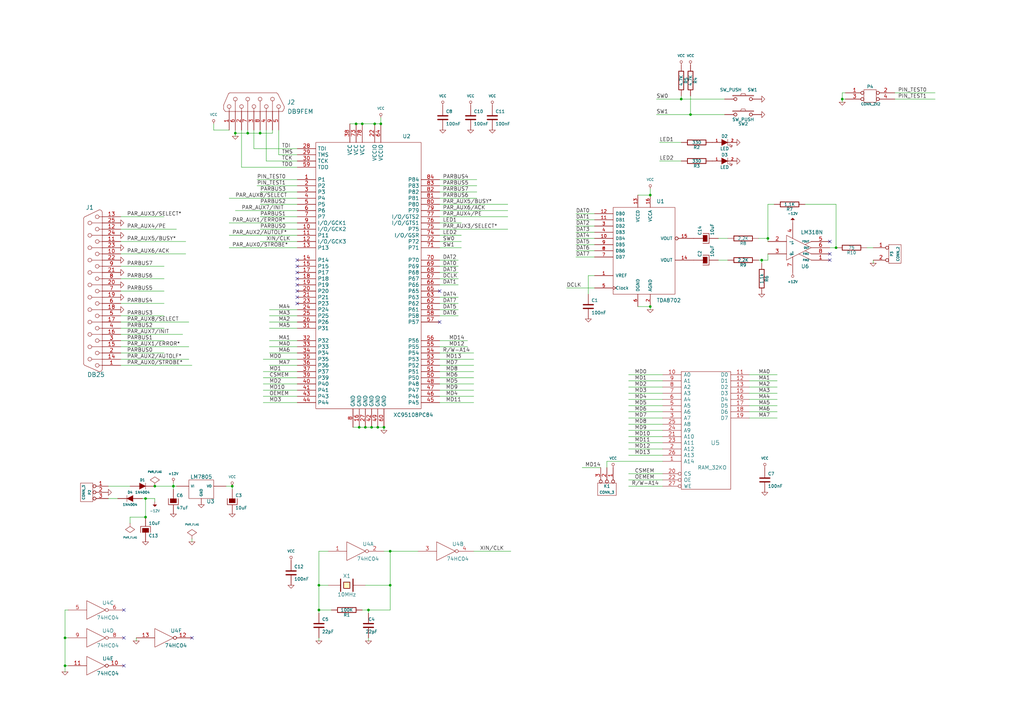
<source format=kicad_sch>
(kicad_sch (version 20230121) (generator eeschema)
  (paper "A3")
  (title_block (title "CARTE d'EXPERIMENTATION a XC95108PC84") (date "15 apr 2008"))
  (junction (at 154.94 175.26))
  (junction (at 160.02 240.03))
  (junction (at 266.7 125.73))
  (junction (at 147.32 175.26))
  (junction (at 26.67 273.05))
  (junction (at 279.4 40.64))
  (junction (at 151.13 250.19))
  (junction (at 342.9 101.6))
  (junction (at 312.42 106.68))
  (junction (at 160.02 226.06))
  (junction (at 59.69 204.47))
  (junction (at 59.69 212.09))
  (junction (at 71.12 199.39))
  (junction (at 266.7 80.01))
  (junction (at 345.44 40.64))
  (junction (at 96.52 54.61))
  (junction (at 152.4 175.26))
  (junction (at 101.6 54.61))
  (junction (at 157.48 175.26))
  (junction (at 106.68 54.61))
  (junction (at 130.81 240.03))
  (junction (at 26.67 261.62))
  (junction (at 148.59 50.8))
  (junction (at 156.21 50.8))
  (junction (at 149.86 175.26))
  (junction (at 130.81 250.19))
  (junction (at 146.05 50.8))
  (junction (at 283.21 46.99))
  (junction (at 63.5 199.39))
  (junction (at 95.25 199.39))
  (junction (at 153.67 50.8))
  (junction (at 314.96 97.79))
  (no_connect (at 340.36 99.06))
  (no_connect (at 121.92 121.92))
  (no_connect (at 78.74 261.62))
  (no_connect (at 121.92 124.46))
  (no_connect (at 121.92 114.3))
  (no_connect (at 50.8 261.62))
  (no_connect (at 121.92 111.76))
  (no_connect (at 340.36 104.14))
  (no_connect (at 180.34 132.08))
  (no_connect (at 50.8 250.19))
  (no_connect (at 121.92 119.38))
  (no_connect (at 50.8 273.05))
  (no_connect (at 121.92 106.68))
  (no_connect (at 121.92 109.22))
  (no_connect (at 121.92 116.84))
  (no_connect (at 180.34 119.38))
  (no_connect (at 340.36 106.68))
  (wire (pts (xy 67.31 129.54) (xy 49.53 129.54)))
  (wire (pts (xy 160.02 240.03) (xy 160.02 226.06)))
  (wire (pts (xy 187.96 109.22) (xy 180.34 109.22)))
  (wire (pts (xy 63.5 204.47) (xy 63.5 205.74)))
  (wire (pts (xy 345.44 40.64) (xy 345.44 38.1)))
  (wire (pts (xy 26.67 250.19) (xy 27.94 250.19)))
  (wire (pts (xy 346.71 40.64) (xy 345.44 40.64)))
  (wire (pts (xy 271.78 173.99) (xy 257.81 173.99)))
  (wire (pts (xy 342.9 101.6) (xy 340.36 101.6)))
  (wire (pts (xy 96.52 55.88) (xy 96.52 54.61)))
  (wire (pts (xy 314.96 99.06) (xy 314.96 97.79)))
  (wire (pts (xy 121.92 162.56) (xy 107.95 162.56)))
  (wire (pts (xy 307.34 168.91) (xy 318.77 168.91)))
  (wire (pts (xy 130.81 240.03) (xy 130.81 226.06)))
  (wire (pts (xy 271.78 161.29) (xy 257.81 161.29)))
  (wire (pts (xy 96.52 54.61) (xy 96.52 53.34)))
  (wire (pts (xy 96.52 86.36) (xy 121.92 86.36)))
  (wire (pts (xy 279.4 40.64) (xy 297.18 40.64)))
  (wire (pts (xy 187.96 121.92) (xy 180.34 121.92)))
  (wire (pts (xy 156.21 50.8) (xy 156.21 48.26)))
  (wire (pts (xy 49.53 104.14) (xy 76.2 104.14)))
  (wire (pts (xy 151.13 251.46) (xy 151.13 250.19)))
  (wire (pts (xy 187.96 106.68) (xy 180.34 106.68)))
  (wire (pts (xy 187.96 116.84) (xy 180.34 116.84)))
  (wire (pts (xy 157.48 226.06) (xy 160.02 226.06)))
  (wire (pts (xy 104.14 60.96) (xy 104.14 53.34)))
  (wire (pts (xy 121.92 96.52) (xy 93.98 96.52)))
  (wire (pts (xy 271.78 179.07) (xy 257.81 179.07)))
  (wire (pts (xy 271.78 176.53) (xy 257.81 176.53)))
  (wire (pts (xy 27.94 273.05) (xy 26.67 273.05)))
  (wire (pts (xy 121.92 83.82) (xy 106.68 83.82)))
  (wire (pts (xy 243.84 90.17) (xy 236.22 90.17)))
  (wire (pts (xy 191.77 142.24) (xy 180.34 142.24)))
  (wire (pts (xy 271.78 184.15) (xy 257.81 184.15)))
  (wire (pts (xy 135.89 250.19) (xy 130.81 250.19)))
  (wire (pts (xy 121.92 93.98) (xy 106.68 93.98)))
  (wire (pts (xy 109.22 66.04) (xy 109.22 53.34)))
  (wire (pts (xy 271.78 168.91) (xy 257.81 168.91)))
  (wire (pts (xy 67.31 88.9) (xy 49.53 88.9)))
  (wire (pts (xy 67.31 134.62) (xy 49.53 134.62)))
  (wire (pts (xy 367.03 38.1) (xy 383.54 38.1)))
  (wire (pts (xy 307.34 153.67) (xy 318.77 153.67)))
  (wire (pts (xy 110.49 144.78) (xy 121.92 144.78)))
  (wire (pts (xy 106.68 99.06) (xy 121.92 99.06)))
  (wire (pts (xy 367.03 40.64) (xy 383.54 40.64)))
  (wire (pts (xy 87.63 53.34) (xy 87.63 50.8)))
  (wire (pts (xy 48.26 204.47) (xy 44.45 204.47)))
  (wire (pts (xy 71.12 200.66) (xy 71.12 199.39)))
  (wire (pts (xy 121.92 165.1) (xy 107.95 165.1)))
  (wire (pts (xy 271.78 196.85) (xy 257.81 196.85)))
  (wire (pts (xy 271.78 163.83) (xy 257.81 163.83)))
  (wire (pts (xy 53.34 212.09) (xy 59.69 212.09)))
  (wire (pts (xy 143.51 50.8) (xy 146.05 50.8)))
  (wire (pts (xy 243.84 100.33) (xy 236.22 100.33)))
  (wire (pts (xy 87.63 53.34) (xy 93.98 53.34)))
  (wire (pts (xy 195.58 81.28) (xy 180.34 81.28)))
  (wire (pts (xy 59.69 204.47) (xy 63.5 204.47)))
  (wire (pts (xy 180.34 93.98) (xy 208.28 93.98)))
  (wire (pts (xy 110.49 127) (xy 121.92 127)))
  (wire (pts (xy 63.5 199.39) (xy 71.12 199.39)))
  (wire (pts (xy 44.45 199.39) (xy 53.34 199.39)))
  (wire (pts (xy 243.84 105.41) (xy 236.22 105.41)))
  (wire (pts (xy 121.92 152.4) (xy 107.95 152.4)))
  (wire (pts (xy 110.49 139.7) (xy 121.92 139.7)))
  (wire (pts (xy 55.88 262.89) (xy 55.88 261.62)))
  (wire (pts (xy 149.86 240.03) (xy 160.02 240.03)))
  (wire (pts (xy 243.84 92.71) (xy 236.22 92.71)))
  (wire (pts (xy 67.31 139.7) (xy 49.53 139.7)))
  (wire (pts (xy 283.21 46.99) (xy 283.21 39.37)))
  (wire (pts (xy 271.78 171.45) (xy 257.81 171.45)))
  (wire (pts (xy 271.78 156.21) (xy 257.81 156.21)))
  (wire (pts (xy 243.84 95.25) (xy 236.22 95.25)))
  (wire (pts (xy 121.92 88.9) (xy 106.68 88.9)))
  (wire (pts (xy 187.96 129.54) (xy 180.34 129.54)))
  (wire (pts (xy 58.42 204.47) (xy 59.69 204.47)))
  (wire (pts (xy 311.15 106.68) (xy 312.42 106.68)))
  (wire (pts (xy 271.78 186.69) (xy 257.81 186.69)))
  (wire (pts (xy 49.53 99.06) (xy 76.2 99.06)))
  (wire (pts (xy 358.14 107.95) (xy 358.14 106.68)))
  (wire (pts (xy 101.6 53.34) (xy 101.6 54.61)))
  (wire (pts (xy 121.92 154.94) (xy 107.95 154.94)))
  (wire (pts (xy 271.78 189.23) (xy 248.92 189.23)))
  (wire (pts (xy 187.96 127) (xy 180.34 127)))
  (wire (pts (xy 279.4 39.37) (xy 279.4 40.64)))
  (wire (pts (xy 330.2 83.82) (xy 342.9 83.82)))
  (wire (pts (xy 266.7 125.73) (xy 261.62 125.73)))
  (wire (pts (xy 194.31 149.86) (xy 180.34 149.86)))
  (wire (pts (xy 194.31 154.94) (xy 180.34 154.94)))
  (wire (pts (xy 121.92 66.04) (xy 109.22 66.04)))
  (wire (pts (xy 307.34 171.45) (xy 318.77 171.45)))
  (wire (pts (xy 27.94 261.62) (xy 26.67 261.62)))
  (wire (pts (xy 106.68 53.34) (xy 106.68 54.61)))
  (wire (pts (xy 121.92 63.5) (xy 114.3 63.5)))
  (wire (pts (xy 67.31 114.3) (xy 49.53 114.3)))
  (wire (pts (xy 153.67 50.8) (xy 156.21 50.8)))
  (wire (pts (xy 271.78 166.37) (xy 257.81 166.37)))
  (wire (pts (xy 307.34 158.75) (xy 318.77 158.75)))
  (wire (pts (xy 106.68 54.61) (xy 111.76 54.61)))
  (wire (pts (xy 67.31 109.22) (xy 49.53 109.22)))
  (wire (pts (xy 307.34 156.21) (xy 318.77 156.21)))
  (wire (pts (xy 49.53 132.08) (xy 77.47 132.08)))
  (wire (pts (xy 189.23 96.52) (xy 180.34 96.52)))
  (wire (pts (xy 189.23 91.44) (xy 180.34 91.44)))
  (wire (pts (xy 152.4 175.26) (xy 149.86 175.26)))
  (wire (pts (xy 96.52 54.61) (xy 101.6 54.61)))
  (wire (pts (xy 95.25 199.39) (xy 92.71 199.39)))
  (wire (pts (xy 307.34 163.83) (xy 318.77 163.83)))
  (wire (pts (xy 93.98 81.28) (xy 121.92 81.28)))
  (wire (pts (xy 151.13 262.89) (xy 151.13 261.62)))
  (wire (pts (xy 194.31 144.78) (xy 180.34 144.78)))
  (wire (pts (xy 67.31 144.78) (xy 49.53 144.78)))
  (wire (pts (xy 314.96 97.79) (xy 314.96 83.82)))
  (wire (pts (xy 71.12 199.39) (xy 72.39 199.39)))
  (wire (pts (xy 283.21 46.99) (xy 297.18 46.99)))
  (wire (pts (xy 101.6 54.61) (xy 106.68 54.61)))
  (wire (pts (xy 187.96 111.76) (xy 180.34 111.76)))
  (wire (pts (xy 160.02 250.19) (xy 160.02 240.03)))
  (wire (pts (xy 180.34 86.36) (xy 208.28 86.36)))
  (wire (pts (xy 105.41 76.2) (xy 121.92 76.2)))
  (wire (pts (xy 243.84 97.79) (xy 236.22 97.79)))
  (wire (pts (xy 271.78 199.39) (xy 257.81 199.39)))
  (wire (pts (xy 195.58 78.74) (xy 180.34 78.74)))
  (wire (pts (xy 243.84 113.03) (xy 241.3 113.03)))
  (wire (pts (xy 110.49 132.08) (xy 121.92 132.08)))
  (wire (pts (xy 26.67 275.59) (xy 26.67 273.05)))
  (wire (pts (xy 180.34 88.9) (xy 208.28 88.9)))
  (wire (pts (xy 246.38 191.77) (xy 238.76 191.77)))
  (wire (pts (xy 99.06 53.34) (xy 99.06 68.58)))
  (wire (pts (xy 121.92 91.44) (xy 93.98 91.44)))
  (wire (pts (xy 49.53 137.16) (xy 74.93 137.16)))
  (wire (pts (xy 345.44 41.91) (xy 345.44 40.64)))
  (wire (pts (xy 266.7 127) (xy 266.7 125.73)))
  (wire (pts (xy 241.3 113.03) (xy 241.3 120.65)))
  (wire (pts (xy 266.7 80.01) (xy 266.7 77.47)))
  (wire (pts (xy 279.4 58.42) (xy 270.51 58.42)))
  (wire (pts (xy 148.59 250.19) (xy 151.13 250.19)))
  (wire (pts (xy 93.98 101.6) (xy 121.92 101.6)))
  (wire (pts (xy 314.96 106.68) (xy 314.96 104.14)))
  (wire (pts (xy 154.94 175.26) (xy 152.4 175.26)))
  (wire (pts (xy 49.53 93.98) (xy 72.39 93.98)))
  (wire (pts (xy 355.6 101.6) (xy 358.14 101.6)))
  (wire (pts (xy 53.34 214.63) (xy 53.34 212.09)))
  (wire (pts (xy 194.31 226.06) (xy 209.55 226.06)))
  (wire (pts (xy 130.81 251.46) (xy 130.81 250.19)))
  (wire (pts (xy 151.13 250.19) (xy 160.02 250.19)))
  (wire (pts (xy 294.64 97.79) (xy 298.45 97.79)))
  (wire (pts (xy 121.92 60.96) (xy 104.14 60.96)))
  (wire (pts (xy 110.49 134.62) (xy 121.92 134.62)))
  (wire (pts (xy 271.78 158.75) (xy 257.81 158.75)))
  (wire (pts (xy 160.02 226.06) (xy 171.45 226.06)))
  (wire (pts (xy 130.81 226.06) (xy 134.62 226.06)))
  (wire (pts (xy 312.42 106.68) (xy 312.42 107.95)))
  (wire (pts (xy 195.58 73.66) (xy 180.34 73.66)))
  (wire (pts (xy 26.67 261.62) (xy 26.67 250.19)))
  (wire (pts (xy 307.34 166.37) (xy 318.77 166.37)))
  (wire (pts (xy 187.96 114.3) (xy 180.34 114.3)))
  (wire (pts (xy 187.96 124.46) (xy 180.34 124.46)))
  (wire (pts (xy 189.23 99.06) (xy 180.34 99.06)))
  (wire (pts (xy 345.44 38.1) (xy 346.71 38.1)))
  (wire (pts (xy 95.25 200.66) (xy 95.25 199.39)))
  (wire (pts (xy 49.53 149.86) (xy 78.74 149.86)))
  (wire (pts (xy 271.78 181.61) (xy 257.81 181.61)))
  (wire (pts (xy 157.48 176.53) (xy 157.48 175.26)))
  (wire (pts (xy 243.84 102.87) (xy 236.22 102.87)))
  (wire (pts (xy 49.53 142.24) (xy 77.47 142.24)))
  (wire (pts (xy 114.3 63.5) (xy 114.3 53.34)))
  (wire (pts (xy 271.78 194.31) (xy 257.81 194.31)))
  (wire (pts (xy 194.31 147.32) (xy 180.34 147.32)))
  (wire (pts (xy 195.58 76.2) (xy 180.34 76.2)))
  (wire (pts (xy 110.49 129.54) (xy 121.92 129.54)))
  (wire (pts (xy 311.15 97.79) (xy 314.96 97.79)))
  (wire (pts (xy 59.69 212.09) (xy 59.69 204.47)))
  (wire (pts (xy 67.31 124.46) (xy 49.53 124.46)))
  (wire (pts (xy 105.41 73.66) (xy 121.92 73.66)))
  (wire (pts (xy 194.31 152.4) (xy 180.34 152.4)))
  (wire (pts (xy 121.92 147.32) (xy 107.95 147.32)))
  (wire (pts (xy 149.86 175.26) (xy 147.32 175.26)))
  (wire (pts (xy 248.92 189.23) (xy 248.92 191.77)))
  (wire (pts (xy 194.31 165.1) (xy 180.34 165.1)))
  (wire (pts (xy 191.77 139.7) (xy 180.34 139.7)))
  (wire (pts (xy 243.84 118.11) (xy 232.41 118.11)))
  (wire (pts (xy 26.67 273.05) (xy 26.67 261.62)))
  (wire (pts (xy 269.24 40.64) (xy 279.4 40.64)))
  (wire (pts (xy 298.45 106.68) (xy 294.64 106.68)))
  (wire (pts (xy 194.31 157.48) (xy 180.34 157.48)))
  (wire (pts (xy 110.49 142.24) (xy 121.92 142.24)))
  (wire (pts (xy 243.84 87.63) (xy 236.22 87.63)))
  (wire (pts (xy 67.31 119.38) (xy 49.53 119.38)))
  (wire (pts (xy 279.4 66.04) (xy 270.51 66.04)))
  (wire (pts (xy 271.78 153.67) (xy 257.81 153.67)))
  (wire (pts (xy 194.31 162.56) (xy 180.34 162.56)))
  (wire (pts (xy 266.7 80.01) (xy 261.62 80.01)))
  (wire (pts (xy 121.92 78.74) (xy 106.68 78.74)))
  (wire (pts (xy 148.59 50.8) (xy 153.67 50.8)))
  (wire (pts (xy 49.53 147.32) (xy 77.47 147.32)))
  (wire (pts (xy 157.48 175.26) (xy 154.94 175.26)))
  (wire (pts (xy 99.06 68.58) (xy 121.92 68.58)))
  (wire (pts (xy 130.81 250.19) (xy 130.81 240.03)))
  (wire (pts (xy 130.81 240.03) (xy 134.62 240.03)))
  (wire (pts (xy 121.92 157.48) (xy 107.95 157.48)))
  (wire (pts (xy 307.34 161.29) (xy 318.77 161.29)))
  (wire (pts (xy 180.34 83.82) (xy 208.28 83.82)))
  (wire (pts (xy 121.92 160.02) (xy 107.95 160.02)))
  (wire (pts (xy 130.81 262.89) (xy 130.81 261.62)))
  (wire (pts (xy 342.9 83.82) (xy 342.9 101.6)))
  (wire (pts (xy 78.74 222.25) (xy 78.74 220.98)))
  (wire (pts (xy 269.24 46.99) (xy 283.21 46.99)))
  (wire (pts (xy 314.96 83.82) (xy 317.5 83.82)))
  (wire (pts (xy 194.31 160.02) (xy 180.34 160.02)))
  (wire (pts (xy 147.32 175.26) (xy 144.78 175.26)))
  (wire (pts (xy 111.76 54.61) (xy 111.76 53.34)))
  (wire (pts (xy 312.42 106.68) (xy 314.96 106.68)))
  (wire (pts (xy 146.05 50.8) (xy 148.59 50.8)))
  (wire (pts (xy 71.12 199.39) (xy 71.12 198.12)))
  (wire (pts (xy 110.49 149.86) (xy 121.92 149.86)))
  (wire (pts (xy 189.23 101.6) (xy 180.34 101.6)))
  (label "SW1" (at 269.24 46.99 0) (effects (font (size 1.524 1.524))))
  (label "MA4" (at 311.15 163.83 0) (effects (font (size 1.524 1.524))))
  (label "MD11" (at 182.88 165.1 0) (effects (font (size 1.524 1.524))))
  (label "MD7" (at 260.35 171.45 0) (effects (font (size 1.524 1.524))))
  (label "LED2" (at 181.61 96.52 0) (effects (font (size 1.524 1.524))))
  (label "MA3" (at 114.3 129.54 0) (effects (font (size 1.524 1.524))))
  (label "PAR_AUX1/ERROR*" (at 95.25 91.44 0) (effects (font (size 1.524 1.524))))
  (label "MA5" (at 114.3 134.62 0) (effects (font (size 1.524 1.524))))
  (label "PAR_AUX0/STROBE*" (at 52.07 149.86 0) (effects (font (size 1.524 1.524))))
  (label "PARBUS6" (at 181.61 81.28 0) (effects (font (size 1.524 1.524))))
  (label "MD10" (at 110.49 160.02 0) (effects (font (size 1.524 1.524))))
  (label "DAT5" (at 236.22 100.33 0) (effects (font (size 1.524 1.524))))
  (label "PARBUS7" (at 52.07 109.22 0) (effects (font (size 1.524 1.524))))
  (label "PARBUS4" (at 181.61 73.66 0) (effects (font (size 1.524 1.524))))
  (label "R/W-A14" (at 181.61 144.78 0) (effects (font (size 1.524 1.524))))
  (label "SW1" (at 181.61 101.6 0) (effects (font (size 1.524 1.524))))
  (label "PAR_AUX2/AUTOLF*" (at 95.25 96.52 0) (effects (font (size 1.524 1.524))))
  (label "MA4" (at 114.3 127 0) (effects (font (size 1.524 1.524))))
  (label "MD3" (at 110.49 165.1 0) (effects (font (size 1.524 1.524))))
  (label "DAT6" (at 236.22 102.87 0) (effects (font (size 1.524 1.524))))
  (label "PAR_AUX4/PE" (at 181.61 88.9 0) (effects (font (size 1.524 1.524))))
  (label "PARBUS4" (at 52.07 124.46 0) (effects (font (size 1.524 1.524))))
  (label "PAR_AUX5/BUSY*" (at 181.61 83.82 0) (effects (font (size 1.524 1.524))))
  (label "MD6" (at 182.88 154.94 0) (effects (font (size 1.524 1.524))))
  (label "DCLK" (at 232.41 118.11 0) (effects (font (size 1.524 1.524))))
  (label "MA7" (at 311.15 171.45 0) (effects (font (size 1.524 1.524))))
  (label "CSMEM" (at 110.49 154.94 0) (effects (font (size 1.524 1.524))))
  (label "PIN_TEST1" (at 105.41 76.2 0) (effects (font (size 1.524 1.524))))
  (label "PARBUS5" (at 52.07 119.38 0) (effects (font (size 1.524 1.524))))
  (label "MD1" (at 110.49 152.4 0) (effects (font (size 1.524 1.524))))
  (label "DAT1" (at 236.22 90.17 0) (effects (font (size 1.524 1.524))))
  (label "MA1" (at 114.3 139.7 0) (effects (font (size 1.524 1.524))))
  (label "XIN/CLK" (at 109.22 99.06 0) (effects (font (size 1.524 1.524))))
  (label "MD5" (at 260.35 166.37 0) (effects (font (size 1.524 1.524))))
  (label "PARBUS3" (at 52.07 129.54 0) (effects (font (size 1.524 1.524))))
  (label "PARBUS3" (at 106.68 78.74 0) (effects (font (size 1.524 1.524))))
  (label "MA3" (at 311.15 161.29 0) (effects (font (size 1.524 1.524))))
  (label "MD9" (at 182.88 160.02 0) (effects (font (size 1.524 1.524))))
  (label "MA2" (at 114.3 132.08 0) (effects (font (size 1.524 1.524))))
  (label "PAR_AUX3/SELECT*" (at 181.61 93.98 0) (effects (font (size 1.524 1.524))))
  (label "PAR_AUX1/ERROR*" (at 52.07 142.24 0) (effects (font (size 1.524 1.524))))
  (label "DCLK" (at 181.61 114.3 0) (effects (font (size 1.524 1.524))))
  (label "PAR_AUX3/SELECT*" (at 52.07 88.9 0) (effects (font (size 1.524 1.524))))
  (label "SW0" (at 181.61 99.06 0) (effects (font (size 1.524 1.524))))
  (label "MD8" (at 182.88 152.4 0) (effects (font (size 1.524 1.524))))
  (label "PAR_AUX7/INIT" (at 99.06 86.36 0) (effects (font (size 1.524 1.524))))
  (label "DAT4" (at 181.61 121.92 0) (effects (font (size 1.524 1.524))))
  (label "MD0" (at 260.35 153.67 0) (effects (font (size 1.524 1.524))))
  (label "PAR_AUX6/ACK" (at 52.07 104.14 0) (effects (font (size 1.524 1.524))))
  (label "PARBUS0" (at 106.68 93.98 0) (effects (font (size 1.524 1.524))))
  (label "MD2" (at 110.49 157.48 0) (effects (font (size 1.524 1.524))))
  (label "PAR_AUX4/PE" (at 52.07 93.98 0) (effects (font (size 1.524 1.524))))
  (label "TDI" (at 115.57 60.96 0) (effects (font (size 1.524 1.524))))
  (label "PAR_AUX8/SELECT" (at 52.07 132.08 0) (effects (font (size 1.524 1.524))))
  (label "MD7" (at 182.88 149.86 0) (effects (font (size 1.524 1.524))))
  (label "DAT7" (at 236.22 105.41 0) (effects (font (size 1.524 1.524))))
  (label "MD5" (at 182.88 157.48 0) (effects (font (size 1.524 1.524))))
  (label "MD0" (at 110.49 147.32 0) (effects (font (size 1.524 1.524))))
  (label "PAR_AUX2/AUTOLF*" (at 52.07 147.32 0) (effects (font (size 1.524 1.524))))
  (label "PARBUS5" (at 181.61 76.2 0) (effects (font (size 1.524 1.524))))
  (label "PARBUS2" (at 106.68 83.82 0) (effects (font (size 1.524 1.524))))
  (label "DAT0" (at 181.61 109.22 0) (effects (font (size 1.524 1.524))))
  (label "DAT3" (at 181.61 111.76 0) (effects (font (size 1.524 1.524))))
  (label "MD4" (at 182.88 162.56 0) (effects (font (size 1.524 1.524))))
  (label "DAT2" (at 236.22 92.71 0) (effects (font (size 1.524 1.524))))
  (label "LED1" (at 181.61 91.44 0) (effects (font (size 1.524 1.524))))
  (label "DAT7" (at 181.61 124.46 0) (effects (font (size 1.524 1.524))))
  (label "DAT2" (at 181.61 106.68 0) (effects (font (size 1.524 1.524))))
  (label "PAR_AUX6/ACK" (at 181.61 86.36 0) (effects (font (size 1.524 1.524))))
  (label "DAT5" (at 181.61 127 0) (effects (font (size 1.524 1.524))))
  (label "PARBUS1" (at 52.07 139.7 0) (effects (font (size 1.524 1.524))))
  (label "DAT0" (at 236.22 87.63 0) (effects (font (size 1.524 1.524))))
  (label "MD6" (at 260.35 168.91 0) (effects (font (size 1.524 1.524))))
  (label "PARBUS2" (at 52.07 134.62 0) (effects (font (size 1.524 1.524))))
  (label "LED1" (at 270.51 58.42 0) (effects (font (size 1.524 1.524))))
  (label "TDO" (at 115.57 68.58 0) (effects (font (size 1.524 1.524))))
  (label "MA6" (at 114.3 144.78 0) (effects (font (size 1.524 1.524))))
  (label "DAT1" (at 181.61 116.84 0) (effects (font (size 1.524 1.524))))
  (label "MD14" (at 240.03 191.77 0) (effects (font (size 1.524 1.524))))
  (label "MD10" (at 260.35 179.07 0) (effects (font (size 1.524 1.524))))
  (label "OEMEM" (at 260.35 196.85 0) (effects (font (size 1.524 1.524))))
  (label "PAR_AUX0/STROBE*" (at 95.25 101.6 0) (effects (font (size 1.524 1.524))))
  (label "DAT6" (at 181.61 129.54 0) (effects (font (size 1.524 1.524))))
  (label "PARBUS6" (at 52.07 114.3 0) (effects (font (size 1.524 1.524))))
  (label "MA2" (at 311.15 158.75 0) (effects (font (size 1.524 1.524))))
  (label "TCK" (at 115.57 66.04 0) (effects (font (size 1.524 1.524))))
  (label "MD13" (at 260.35 186.69 0) (effects (font (size 1.524 1.524))))
  (label "MD9" (at 260.35 176.53 0) (effects (font (size 1.524 1.524))))
  (label "MD14" (at 184.15 139.7 0) (effects (font (size 1.524 1.524))))
  (label "MD12" (at 260.35 184.15 0) (effects (font (size 1.524 1.524))))
  (label "PIN_TEST0" (at 368.3 38.1 0) (effects (font (size 1.524 1.524))))
  (label "MA6" (at 311.15 168.91 0) (effects (font (size 1.524 1.524))))
  (label "MD3" (at 260.35 161.29 0) (effects (font (size 1.524 1.524))))
  (label "MA7" (at 114.3 149.86 0) (effects (font (size 1.524 1.524))))
  (label "DAT4" (at 236.22 97.79 0) (effects (font (size 1.524 1.524))))
  (label "SW0" (at 269.24 40.64 0) (effects (font (size 1.524 1.524))))
  (label "MA5" (at 311.15 166.37 0) (effects (font (size 1.524 1.524))))
  (label "MD1" (at 260.35 156.21 0) (effects (font (size 1.524 1.524))))
  (label "PARBUS7" (at 181.61 78.74 0) (effects (font (size 1.524 1.524))))
  (label "R/W-A14" (at 259.08 199.39 0) (effects (font (size 1.524 1.524))))
  (label "PAR_AUX8/SELECT" (at 96.52 81.28 0) (effects (font (size 1.524 1.524))))
  (label "MD4" (at 260.35 163.83 0) (effects (font (size 1.524 1.524))))
  (label "LED2" (at 270.51 66.04 0) (effects (font (size 1.524 1.524))))
  (label "MA1" (at 311.15 156.21 0) (effects (font (size 1.524 1.524))))
  (label "PAR_AUX7/INIT" (at 52.07 137.16 0) (effects (font (size 1.524 1.524))))
  (label "MA0" (at 311.15 153.67 0) (effects (font (size 1.524 1.524))))
  (label "TMS" (at 115.57 63.5 0) (effects (font (size 1.524 1.524))))
  (label "MD11" (at 260.35 181.61 0) (effects (font (size 1.524 1.524))))
  (label "PIN_TEST1" (at 368.3 40.64 0) (effects (font (size 1.524 1.524))))
  (label "XIN/CLK" (at 196.85 226.06 0) (effects (font (size 1.524 1.524))))
  (label "MA0" (at 114.3 142.24 0) (effects (font (size 1.524 1.524))))
  (label "MD13" (at 182.88 147.32 0) (effects (font (size 1.524 1.524))))
  (label "DAT3" (at 236.22 95.25 0) (effects (font (size 1.524 1.524))))
  (label "PAR_AUX5/BUSY*" (at 52.07 99.06 0) (effects (font (size 1.524 1.524))))
  (label "PIN_TEST0" (at 105.41 73.66 0) (effects (font (size 1.524 1.524))))
  (label "PARBUS0" (at 52.07 144.78 0) (effects (font (size 1.524 1.524))))
  (label "MD12" (at 184.15 142.24 0) (effects (font (size 1.524 1.524))))
  (label "MD8" (at 260.35 173.99 0) (effects (font (size 1.524 1.524))))
  (label "OEMEM" (at 110.49 162.56 0) (effects (font (size 1.524 1.524))))
  (label "MD2" (at 260.35 158.75 0) (effects (font (size 1.524 1.524))))
  (label "PARBUS1" (at 106.68 88.9 0) (effects (font (size 1.524 1.524))))
  (label "CSMEM" (at 260.35 194.31 0) (effects (font (size 1.524 1.524))))
  (symbol (lib_id "carte_test-rescue:XC95108PC84") (at 151.13 120.65 0) (unit 1)
    (property "Reference" "U2" (at 165.1 55.88 0) (effects (font (size 1.524 1.524)) (justify left)))
    (property "Value" "XC95108PC84" (at 161.29 170.18 0) (effects (font (size 1.524 1.524)) (justify left)))
  )
  (symbol (lib_id "carte_test-rescue:TDA8702") (at 264.16 102.87 0) (unit 1)
    (property "Reference" "U1" (at 269.24 82.55 0) (effects (font (size 1.524 1.524)) (justify left)))
    (property "Value" "TDA8702" (at 269.24 123.19 0) (effects (font (size 1.524 1.524)) (justify left)))
  )
  (symbol (lib_id "carte_test-rescue:VCC") (at 266.7 77.47 0) (unit 1)
    (property "Reference" "#PWR051" (effects hide))
    (property "Value" "VCC" (at 266.7 73.66 0) (effects (font (size 1.016 1.016))))
  )
  (symbol (lib_id "carte_test-rescue:GND") (at 130.81 262.89 0) (unit 1)
    (property "Reference" "#PWR053" (effects hide))
    (property "Value" "GND" (effects hide))
  )
  (symbol (lib_id "carte_test-rescue:GND") (at 266.7 127 0) (unit 1)
    (property "Reference" "#PWR049" (effects hide))
    (property "Value" "GND" (effects hide))
  )
  (symbol (lib_id "carte_test-rescue:C") (at 241.3 125.73 0) (unit 1)
    (property "Reference" "C1" (at 242.57 123.19 0) (effects (justify left)))
    (property "Value" "100nF" (at 242.57 128.27 0) (effects (justify left)))
  )
  (symbol (lib_id "carte_test-rescue:GND") (at 241.3 130.81 0) (unit 1)
    (property "Reference" "#PWR048" (effects hide))
    (property "Value" "GND" (effects hide))
  )
  (symbol (lib_id "carte_test-rescue:CP") (at 289.56 106.68 90) (unit 1)
    (property "Reference" "C2" (at 287.02 105.41 0) (effects (justify left)))
    (property "Value" "10uF" (at 292.1 105.41 0) (effects (justify left)))
  )
  (symbol (lib_id "carte_test-rescue:CP") (at 95.25 205.74 0) (unit 1)
    (property "Reference" "C3" (at 96.52 203.2 0) (effects (justify left)))
    (property "Value" "10uF" (at 96.52 208.28 0) (effects (justify left)))
  )
  (symbol (lib_id "carte_test-rescue:GND") (at 95.25 210.82 0) (unit 1)
    (property "Reference" "#PWR047" (effects hide))
    (property "Value" "GND" (effects hide))
  )
  (symbol (lib_id "carte_test-rescue:GND") (at 96.52 55.88 0) (unit 1)
    (property "Reference" "#PWR045" (effects hide))
    (property "Value" "GND" (effects hide))
  )
  (symbol (lib_id "carte_test-rescue:CRYSTAL") (at 142.24 240.03 0) (unit 1)
    (property "Reference" "X1" (at 142.24 236.22 0) (effects (font (size 1.524 1.524))))
    (property "Value" "10MHz" (at 142.24 243.84 0) (effects (font (size 1.524 1.524))))
  )
  (symbol (lib_id "carte_test-rescue:C") (at 151.13 256.54 0) (unit 1)
    (property "Reference" "C4" (at 152.4 254 0))
    (property "Value" "22pF" (at 152.4 259.08 0))
  )
  (symbol (lib_id "carte_test-rescue:R") (at 142.24 250.19 270) (unit 1)
    (property "Reference" "R1" (at 142.24 252.222 90))
    (property "Value" "100K" (at 142.24 250.19 90))
  )
  (symbol (lib_id "carte_test-rescue:LM7805") (at 82.55 200.66 0) (unit 1)
    (property "Reference" "U3" (at 86.36 205.6384 0) (effects (font (size 1.524 1.524))))
    (property "Value" "LM7805" (at 82.55 195.58 0) (effects (font (size 1.524 1.524))))
  )
  (symbol (lib_id "carte_test-rescue:GND") (at 82.55 207.01 0) (unit 1)
    (property "Reference" "#PWR043" (effects hide))
    (property "Value" "GND" (effects hide))
  )
  (symbol (lib_id "carte_test-rescue:VCC") (at 95.25 199.39 0) (unit 1)
    (property "Reference" "#PWR042" (effects hide))
    (property "Value" "VCC" (at 95.25 195.58 0) (effects (font (size 1.016 1.016))))
  )
  (symbol (lib_id "carte_test-rescue:CONN_3") (at 35.56 201.93 0) (mirror y) (unit 1)
    (property "Reference" "P2" (at 36.7792 201.93 90) (effects (font (size 1.016 1.016))))
    (property "Value" "CONN_3" (at 34.29 201.93 90) (effects (font (size 1.016 1.016))))
  )
  (symbol (lib_id "carte_test-rescue:GND") (at 44.45 201.93 90) (unit 1)
    (property "Reference" "#PWR041" (effects hide))
    (property "Value" "GND" (effects hide))
  )
  (symbol (lib_id "carte_test-rescue:DIODE") (at 58.42 199.39 0) (unit 1)
    (property "Reference" "D1" (at 58.42 196.85 0) (effects (font (size 1.016 1.016))))
    (property "Value" "1N4004" (at 58.42 201.93 0) (effects (font (size 1.016 1.016))))
  )
  (symbol (lib_id "carte_test-rescue:CP") (at 71.12 205.74 0) (unit 1)
    (property "Reference" "C6" (at 72.39 203.2 0) (effects (justify left)))
    (property "Value" "47uF" (at 72.39 208.28 0) (effects (justify left)))
  )
  (symbol (lib_id "carte_test-rescue:GND") (at 71.12 210.82 0) (unit 1)
    (property "Reference" "#PWR040" (effects hide))
    (property "Value" "GND" (effects hide))
  )
  (symbol (lib_id "carte_test-rescue:CONN_2") (at 367.03 104.14 0) (unit 1)
    (property "Reference" "P3" (at 365.76 104.14 90) (effects (font (size 1.016 1.016))))
    (property "Value" "CONN_2" (at 368.3 104.14 90) (effects (font (size 1.016 1.016))))
  )
  (symbol (lib_id "carte_test-rescue:PWR_FLAG") (at 78.74 220.98 0) (unit 1)
    (property "Reference" "#FLG037" (effects hide))
    (property "Value" "PWR_FLAG" (at 78.74 215.138 0) (effects (font (size 0.762 0.762))))
  )
  (symbol (lib_id "carte_test-rescue:74HC04") (at 146.05 226.06 0) (unit 1)
    (property "Reference" "U4" (at 151.003 223.139 0) (effects (font (size 1.524 1.524))))
    (property "Value" "74HC04" (at 150.876 229.2096 0) (effects (font (size 1.524 1.524))))
  )
  (symbol (lib_id "carte_test-rescue:74HC04") (at 182.88 226.06 0) (unit 2)
    (property "Reference" "U4" (at 187.833 223.139 0) (effects (font (size 1.524 1.524))))
    (property "Value" "74HC04" (at 187.706 229.2096 0) (effects (font (size 1.524 1.524))))
  )
  (symbol (lib_id "carte_test-rescue:74HC04") (at 39.37 250.19 0) (unit 3)
    (property "Reference" "U4" (at 44.323 247.269 0) (effects (font (size 1.524 1.524))))
    (property "Value" "74HC04" (at 44.196 253.3396 0) (effects (font (size 1.524 1.524))))
  )
  (symbol (lib_id "carte_test-rescue:74HC04") (at 39.37 261.62 0) (unit 4)
    (property "Reference" "U4" (at 44.323 258.699 0) (effects (font (size 1.524 1.524))))
    (property "Value" "74HC04" (at 44.196 264.7696 0) (effects (font (size 1.524 1.524))))
  )
  (symbol (lib_id "carte_test-rescue:74HC04") (at 39.37 273.05 0) (unit 5)
    (property "Reference" "U4" (at 44.323 270.129 0) (effects (font (size 1.524 1.524))))
    (property "Value" "74HC04" (at 44.196 276.1996 0) (effects (font (size 1.524 1.524))))
  )
  (symbol (lib_id "carte_test-rescue:74HC04") (at 67.31 261.62 0) (unit 6)
    (property "Reference" "U4" (at 72.263 258.699 0) (effects (font (size 1.524 1.524))))
    (property "Value" "74HC04" (at 72.136 264.7696 0) (effects (font (size 1.524 1.524))))
  )
  (symbol (lib_id "carte_test-rescue:GND") (at 26.67 275.59 0) (unit 1)
    (property "Reference" "#PWR036" (effects hide))
    (property "Value" "GND" (effects hide))
  )
  (symbol (lib_id "carte_test-rescue:GND") (at 55.88 262.89 0) (unit 1)
    (property "Reference" "#PWR035" (effects hide))
    (property "Value" "GND" (effects hide))
  )
  (symbol (lib_id "carte_test-rescue:RAM_32KO") (at 289.56 173.99 0) (unit 1)
    (property "Reference" "U5" (at 293.37 181.61 0) (effects (font (size 1.778 1.778))))
    (property "Value" "RAM_32KO" (at 292.1 191.77 0) (effects (font (size 1.524 1.524))))
  )
  (symbol (lib_id "carte_test-rescue:CONN_3") (at 248.92 200.66 270) (unit 1)
    (property "Reference" "K1" (at 248.92 199.39 90))
    (property "Value" "CONN_3" (at 248.92 201.93 90) (effects (font (size 1.016 1.016))))
  )
  (symbol (lib_id "carte_test-rescue:VCC") (at 251.46 191.77 0) (unit 1)
    (property "Reference" "#PWR034" (effects hide))
    (property "Value" "VCC" (at 251.46 187.96 0) (effects (font (size 1.016 1.016))))
  )
  (symbol (lib_id "carte_test-rescue:DB25") (at 38.1 119.38 0) (mirror y) (unit 1)
    (property "Reference" "J1" (at 36.83 85.09 0) (effects (font (size 1.778 1.778))))
    (property "Value" "DB25" (at 39.37 153.67 0) (effects (font (size 1.778 1.778))))
  )
  (symbol (lib_id "carte_test-rescue:GND") (at 49.53 91.44 90) (unit 1)
    (property "Reference" "#PWR033" (effects hide))
    (property "Value" "GND" (effects hide))
  )
  (symbol (lib_id "carte_test-rescue:C") (at 119.38 234.95 0) (unit 1)
    (property "Reference" "C12" (at 120.65 232.41 0) (effects (justify left)))
    (property "Value" "100nF" (at 120.65 237.49 0) (effects (justify left)))
  )
  (symbol (lib_id "carte_test-rescue:VCC") (at 119.38 229.87 0) (unit 1)
    (property "Reference" "#PWR024" (effects hide))
    (property "Value" "VCC" (at 119.38 226.06 0) (effects (font (size 1.016 1.016))))
  )
  (symbol (lib_id "carte_test-rescue:GND") (at 119.38 240.03 0) (unit 1)
    (property "Reference" "#PWR023" (effects hide))
    (property "Value" "GND" (effects hide))
  )
  (symbol (lib_id "carte_test-rescue:R") (at 285.75 66.04 270) (unit 1)
    (property "Reference" "R3" (at 285.75 68.072 90))
    (property "Value" "330" (at 285.75 66.04 90))
  )
  (symbol (lib_id "carte_test-rescue:LED") (at 297.18 66.04 0) (unit 1)
    (property "Reference" "D3" (at 297.18 63.5 0))
    (property "Value" "LED" (at 297.18 68.58 0))
  )
  (symbol (lib_id "carte_test-rescue:GND") (at 302.26 66.04 90) (unit 1)
    (property "Reference" "#PWR021" (effects hide))
    (property "Value" "GND" (effects hide))
  )
  (symbol (lib_id "carte_test-rescue:GND") (at 49.53 116.84 90) (unit 1)
    (property "Reference" "#PWR020" (effects hide))
    (property "Value" "GND" (effects hide))
  )
  (symbol (lib_id "carte_test-rescue:SW_PUSH") (at 304.8 40.64 0) (unit 1)
    (property "Reference" "SW1" (at 308.61 36.83 0))
    (property "Value" "SW_PUSH" (at 299.72 36.83 0))
  )
  (symbol (lib_id "carte_test-rescue:SW_PUSH") (at 304.8 46.99 0) (unit 1)
    (property "Reference" "SW2" (at 304.8 50.8 0))
    (property "Value" "SW_PUSH" (at 304.8 49.022 0))
  )
  (symbol (lib_id "carte_test-rescue:GND") (at 312.42 40.64 90) (unit 1)
    (property "Reference" "#PWR019" (effects hide))
    (property "Value" "GND" (effects hide))
  )
  (symbol (lib_id "carte_test-rescue:GND") (at 312.42 46.99 90) (unit 1)
    (property "Reference" "#PWR018" (effects hide))
    (property "Value" "GND" (effects hide))
  )
  (symbol (lib_id "carte_test-rescue:R") (at 283.21 33.02 0) (unit 1)
    (property "Reference" "R4" (at 285.242 33.02 90))
    (property "Value" "4,7K" (at 283.21 33.02 90))
  )
  (symbol (lib_id "carte_test-rescue:R") (at 279.4 33.02 0) (unit 1)
    (property "Reference" "R5" (at 281.432 33.02 90))
    (property "Value" "4,7K" (at 279.4 33.02 90))
  )
  (symbol (lib_id "carte_test-rescue:VCC") (at 279.4 26.67 0) (unit 1)
    (property "Reference" "#PWR017" (effects hide))
    (property "Value" "VCC" (at 279.4 22.86 0) (effects (font (size 1.016 1.016))))
  )
  (symbol (lib_id "carte_test-rescue:VCC") (at 283.21 26.67 0) (unit 1)
    (property "Reference" "#PWR016" (effects hide))
    (property "Value" "VCC" (at 283.21 22.86 0) (effects (font (size 1.016 1.016))))
  )
  (symbol (lib_id "carte_test-rescue:GND") (at 49.53 96.52 90) (unit 1)
    (property "Reference" "#PWR015" (effects hide))
    (property "Value" "GND" (effects hide))
  )
  (symbol (lib_id "carte_test-rescue:GND") (at 49.53 101.6 90) (unit 1)
    (property "Reference" "#PWR014" (effects hide))
    (property "Value" "GND" (effects hide))
  )
  (symbol (lib_id "carte_test-rescue:GND") (at 49.53 106.68 90) (unit 1)
    (property "Reference" "#PWR013" (effects hide))
    (property "Value" "GND" (effects hide))
  )
  (symbol (lib_id "carte_test-rescue:GND") (at 49.53 111.76 90) (unit 1)
    (property "Reference" "#PWR012" (effects hide))
    (property "Value" "GND" (effects hide))
  )
  (symbol (lib_id "carte_test-rescue:GND") (at 49.53 121.92 90) (unit 1)
    (property "Reference" "#PWR011" (effects hide))
    (property "Value" "GND" (effects hide))
  )
  (symbol (lib_id "carte_test-rescue:GND") (at 49.53 127 90) (unit 1)
    (property "Reference" "#PWR010" (effects hide))
    (property "Value" "GND" (effects hide))
  )
  (symbol (lib_id "carte_test-rescue:CONN_2X2") (at 356.87 39.37 0) (unit 1)
    (property "Reference" "P4" (at 356.87 35.56 0))
    (property "Value" "CONN_2X2" (at 357.124 42.672 0) (effects (font (size 1.016 1.016))))
  )
  (symbol (lib_id "carte_test-rescue:GND") (at 345.44 41.91 0) (unit 1)
    (property "Reference" "#PWR09" (effects hide))
    (property "Value" "GND" (effects hide))
  )
  (symbol (lib_id "carte_test-rescue:CP") (at 289.56 97.79 90) (unit 1)
    (property "Reference" "C14" (at 287.02 96.52 0) (effects (justify left)))
    (property "Value" "10uF" (at 292.1 96.52 0) (effects (justify left)))
  )
  (symbol (lib_id "carte_test-rescue:R") (at 304.8 97.79 270) (unit 1)
    (property "Reference" "R8" (at 304.8 99.822 90))
    (property "Value" "2,2K" (at 304.8 97.79 90))
  )
  (symbol (lib_id "carte_test-rescue:R") (at 304.8 106.68 270) (unit 1)
    (property "Reference" "R9" (at 304.8 108.712 90))
    (property "Value" "2,2K" (at 304.8 106.68 90))
  )
  (symbol (lib_id "carte_test-rescue:R") (at 312.42 114.3 0) (unit 1)
    (property "Reference" "R6" (at 314.452 114.3 90))
    (property "Value" "1,1k" (at 312.42 114.3 90))
  )
  (symbol (lib_id "carte_test-rescue:R") (at 323.85 83.82 270) (unit 1)
    (property "Reference" "R7" (at 323.85 85.852 90))
    (property "Value" "1,1K" (at 323.85 83.82 90))
  )
  (symbol (lib_id "carte_test-rescue:R") (at 349.25 101.6 270) (unit 1)
    (property "Reference" "R10" (at 349.25 103.632 90))
    (property "Value" "75" (at 349.25 101.6 90))
  )
  (symbol (lib_id "carte_test-rescue:LM318N") (at 327.66 101.6 0) (mirror x) (unit 1)
    (property "Reference" "U6" (at 330.2 109.22 0) (effects (font (size 1.524 1.524))))
    (property "Value" "LM318N" (at 332.994 95.2754 0) (effects (font (size 1.524 1.524))))
  )
  (symbol (lib_id "carte_test-rescue:GND") (at 312.42 120.65 0) (unit 1)
    (property "Reference" "#PWR08" (effects hide))
    (property "Value" "GND" (effects hide))
  )
  (symbol (lib_id "carte_test-rescue:+12V") (at 71.12 198.12 0) (unit 1)
    (property "Reference" "#PWR07" (effects hide))
    (property "Value" "+12V" (at 71.12 194.31 0) (effects (font (size 1.016 1.016))))
  )
  (symbol (lib_id "carte_test-rescue:+12V") (at 325.12 111.76 0) (mirror x) (unit 1)
    (property "Reference" "#PWR06" (effects hide))
    (property "Value" "+12V" (at 325.12 115.57 0) (effects (font (size 1.016 1.016))))
  )
  (symbol (lib_id "carte_test-rescue:-12V") (at 325.12 91.44 0) (unit 1)
    (property "Reference" "#PWR05" (effects hide))
    (property "Value" "-12V" (at 325.12 87.63 0) (effects (font (size 1.016 1.016))))
  )
  (symbol (lib_id "carte_test-rescue:-12V") (at 63.5 205.74 0) (mirror x) (unit 1)
    (property "Reference" "#PWR04" (effects hide))
    (property "Value" "-12V" (at 63.5 209.55 0) (effects (font (size 1.016 1.016))))
  )
  (symbol (lib_id "carte_test-rescue:CP") (at 59.69 217.17 0) (mirror x) (unit 1)
    (property "Reference" "C13" (at 60.96 219.71 0) (effects (justify left)))
    (property "Value" "10uF" (at 60.96 214.63 0) (effects (justify left)))
  )
  (symbol (lib_id "carte_test-rescue:GND") (at 59.69 222.25 0) (unit 1)
    (property "Reference" "#PWR03" (effects hide))
    (property "Value" "GND" (effects hide))
  )
  (symbol (lib_id "carte_test-rescue:PWR_FLAG") (at 53.34 214.63 0) (mirror x) (unit 1)
    (property "Reference" "#FLG02" (effects hide))
    (property "Value" "PWR_FLAG" (at 53.34 220.472 0) (effects (font (size 0.762 0.762))))
  )
  (symbol (lib_id "carte_test-rescue:DIODE") (at 53.34 204.47 0) (mirror y) (unit 1)
    (property "Reference" "D4" (at 53.34 201.93 0) (effects (font (size 1.016 1.016))))
    (property "Value" "1N4004" (at 53.34 206.9846 0) (effects (font (size 1.016 1.016))))
  )
  (symbol (lib_id "carte_test-rescue:PWR_FLAG") (at 63.5 199.39 0) (unit 1)
    (property "Reference" "#FLG01" (effects hide))
    (property "Value" "PWR_FLAG" (at 63.5 193.548 0) (effects (font (size 0.762 0.762))))
  )
  (symbol (lib_id "carte_test-rescue:DB9") (at 104.14 41.91 270) (mirror x) (unit 1)
    (property "Reference" "J2" (at 119.38 41.91 90) (effects (font (size 1.778 1.778))))
    (property "Value" "DB9FEM" (at 123.19 45.72 90) (effects (font (size 1.778 1.778))))
  )
  (symbol (lib_id "carte_test-rescue:VCC") (at 87.63 50.8 0) (unit 1)
    (property "Reference" "#PWR046" (effects hide))
    (property "Value" "VCC" (at 87.63 46.99 0) (effects (font (size 1.016 1.016))))
  )
  (symbol (lib_id "carte_test-rescue:VCC") (at 156.21 48.26 0) (unit 1)
    (property "Reference" "#PWR052" (effects hide))
    (property "Value" "VCC" (at 156.21 44.45 0) (effects (font (size 1.016 1.016))))
  )
  (symbol (lib_id "carte_test-rescue:GND") (at 151.13 262.89 0) (unit 1)
    (property "Reference" "#PWR044" (effects hide))
    (property "Value" "GND" (effects hide))
  )
  (symbol (lib_id "carte_test-rescue:GND") (at 157.48 176.53 0) (unit 1)
    (property "Reference" "#PWR050" (effects hide))
    (property "Value" "GND" (effects hide))
  )
  (symbol (lib_id "carte_test-rescue:GND") (at 358.14 107.95 0) (unit 1)
    (property "Reference" "#PWR039" (effects hide))
    (property "Value" "GND" (effects hide))
  )
  (symbol (lib_id "carte_test-rescue:C") (at 130.81 256.54 0) (unit 1)
    (property "Reference" "C5" (at 132.08 254 0) (effects (justify left)))
    (property "Value" "22pF" (at 132.08 259.08 0) (effects (justify left)))
  )
  (symbol (lib_id "carte_test-rescue:GND") (at 78.74 222.25 0) (unit 1)
    (property "Reference" "#PWR038" (effects hide))
    (property "Value" "GND" (effects hide))
  )
  (symbol (lib_id "carte_test-rescue:C") (at 201.93 48.26 0) (unit 1)
    (property "Reference" "C11" (at 203.2 45.72 0) (effects (justify left)))
    (property "Value" "100nF" (at 203.2 50.8 0) (effects (justify left)))
  )
  (symbol (lib_id "carte_test-rescue:C") (at 313.69 196.85 0) (unit 1)
    (property "Reference" "C7" (at 314.96 194.31 0) (effects (justify left)))
    (property "Value" "100nF" (at 314.96 199.39 0) (effects (justify left)))
  )
  (symbol (lib_id "carte_test-rescue:C") (at 193.04 48.26 0) (unit 1)
    (property "Reference" "C10" (at 194.31 45.72 0) (effects (justify left)))
    (property "Value" "100nF" (at 194.31 50.8 0) (effects (justify left)))
  )
  (symbol (lib_id "carte_test-rescue:C") (at 181.61 48.26 0) (unit 1)
    (property "Reference" "C8" (at 182.88 45.72 0) (effects (justify left)))
    (property "Value" "100nF" (at 182.88 50.8 0) (effects (justify left)))
  )
  (symbol (lib_id "carte_test-rescue:VCC") (at 181.61 43.18 0) (unit 1)
    (property "Reference" "#PWR032" (effects hide))
    (property "Value" "VCC" (at 181.61 39.37 0) (effects (font (size 1.016 1.016))))
  )
  (symbol (lib_id "carte_test-rescue:VCC") (at 193.04 43.18 0) (unit 1)
    (property "Reference" "#PWR030" (effects hide))
    (property "Value" "VCC" (at 193.04 39.37 0) (effects (font (size 1.016 1.016))))
  )
  (symbol (lib_id "carte_test-rescue:VCC") (at 201.93 43.18 0) (unit 1)
    (property "Reference" "#PWR028" (effects hide))
    (property "Value" "VCC" (at 201.93 39.37 0) (effects (font (size 1.016 1.016))))
  )
  (symbol (lib_id "carte_test-rescue:VCC") (at 313.69 191.77 0) (unit 1)
    (property "Reference" "#PWR026" (effects hide))
    (property "Value" "VCC" (at 313.69 187.96 0) (effects (font (size 1.016 1.016))))
  )
  (symbol (lib_id "carte_test-rescue:GND") (at 193.04 53.34 0) (unit 1)
    (property "Reference" "#PWR029" (effects hide))
    (property "Value" "GND" (effects hide))
  )
  (symbol (lib_id "carte_test-rescue:GND") (at 201.93 53.34 0) (unit 1)
    (property "Reference" "#PWR027" (effects hide))
    (property "Value" "GND" (effects hide))
  )
  (symbol (lib_id "carte_test-rescue:GND") (at 181.61 53.34 0) (unit 1)
    (property "Reference" "#PWR031" (effects hide))
    (property "Value" "GND" (effects hide))
  )
  (symbol (lib_id "carte_test-rescue:GND") (at 313.69 201.93 0) (unit 1)
    (property "Reference" "#PWR025" (effects hide))
    (property "Value" "GND" (effects hide))
  )
  (symbol (lib_id "carte_test-rescue:R") (at 285.75 58.42 270) (unit 1)
    (property "Reference" "R2" (at 285.75 60.452 90))
    (property "Value" "330" (at 285.75 58.42 90))
  )
  (symbol (lib_id "carte_test-rescue:LED") (at 297.18 58.42 0) (unit 1)
    (property "Reference" "D2" (at 297.18 55.88 0))
    (property "Value" "LED" (at 297.18 60.96 0))
  )
  (symbol (lib_id "carte_test-rescue:GND") (at 302.26 58.42 90) (unit 1)
    (property "Reference" "#PWR022" (effects hide))
    (property "Value" "GND" (effects hide))
  )
)
</source>
